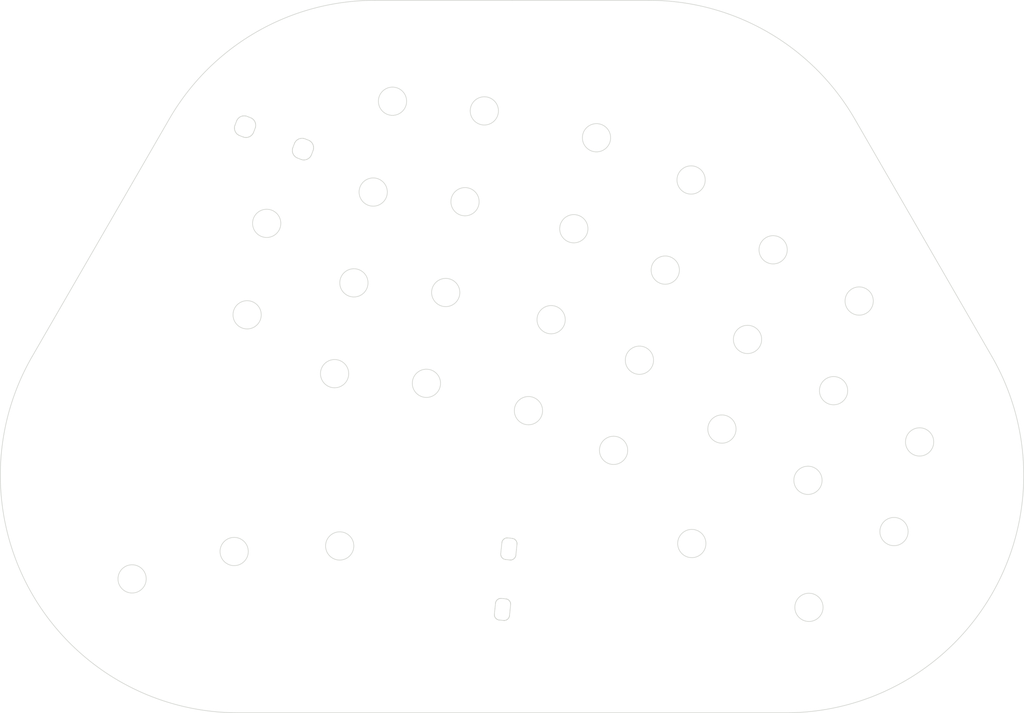
<source format=kicad_pcb>
(kicad_pcb (version 20211014) (generator pcbnew)
  (layers (0 "F.Cu" signal) (31 "B.Cu" signal) (34 "B.Paste" user) (35 "F.Paste" user) (36 "B.SilkS" user "B.Silkscreen") (37 "F.SilkS" user "F.Silkscreen") (38 "B.Mask" user) (39 "F.Mask" user) (44 "Edge.Cuts" user))
  (net 0 "")
  (footprint "00_KeyParts:MountingHole_2.3mm_M2" (layer "F.Cu") (at 44.084 106.59 -90)
    (fp_text reference "H4" hide)
    (fp_text value "MountingHole" hide)
    (pad "" np_thru_hole circle locked (at 0 0 270) (size 2.3 2.3) (drill 2.3) (layers *.Cu *.Mask))
  )
  (footprint "00_KeyParts:MountingHole_2.3mm_M2" (layer "F.Cu") (at 176.79 146.316)
    (fp_text reference "H1" hide)
    (fp_text value "MountingHole" hide)
    (pad "" np_thru_hole circle locked (at 0 0) (size 2.3 2.3) (drill 2.3) (layers *.Cu *.Mask))
  )
  (footprint "00_KeyParts:MountingHole_2.3mm_M2" (layer "F.Cu") (at 91.81 146.316)
    (fp_text reference "H2" hide)
    (fp_text value "MountingHole" hide)
    (pad "" np_thru_hole circle locked (at 0 0) (size 2.3 2.3) (drill 2.3) (layers *.Cu *.Mask))
  )
  (footprint "00_KeyParts:MountingHole_2.3mm_M2" (layer "F.Cu") (at 66.029 57.936 -120)
    (fp_text reference "H6" hide)
    (fp_text value "MountingHole" hide)
    (pad "" np_thru_hole circle locked (at 0 0 240) (size 2.3 2.3) (drill 2.3) (layers *.Cu *.Mask))
  )
  (footprint "00_KeyParts:MountingHole_2.3mm_M2" (layer "F.Cu") (at 224.516 106.59 90)
    (fp_text reference "H3" hide)
    (fp_text value "MountingHole" hide)
    (pad "" np_thru_hole circle locked (at 0 0 90) (size 2.3 2.3) (drill 2.3) (layers *.Cu *.Mask))
  )
  (footprint "00_KeyParts:MountingHole_2.3mm_M2" (layer "F.Cu") (at 151.545 23.139)
    (fp_text reference "H7" hide)
    (fp_text value "MountingHole" hide)
    (pad "" np_thru_hole circle locked (at 0 0) (size 2.3 2.3) (drill 2.3) (layers *.Cu *.Mask))
  )
  (footprint "00_KeyParts:MountingHole_2.3mm_M2" (layer "F.Cu") (at 202.571 57.936 120)
    (fp_text reference "H5" hide)
    (fp_text value "MountingHole" hide)
    (pad "" np_thru_hole circle locked (at 0 0 120) (size 2.3 2.3) (drill 2.3) (layers *.Cu *.Mask))
  )
  (footprint "00_KeyParts:MountingHole_2.3mm_M2" (layer "F.Cu") (at 117.055 23.139)
    (fp_text reference "H8" hide)
    (fp_text value "MountingHole" hide)
    (pad "" np_thru_hole circle locked (at 0 0) (size 2.3 2.3) (drill 2.3) (layers *.Cu *.Mask))
  )
  (gr_line (start 95.034 44.667) (end 95.141 44.624) (layer "Edge.Cuts") (width 0.12))
  (gr_line (start 93.978 47.39) (end 93.936 47.283) (layer "Edge.Cuts") (width 0.12))
  (gr_line (start 134.516 122.052) (end 134.448 122.089) (layer "Edge.Cuts") (width 0.12))
  (gr_line (start 58.565 62.864) (end 45.943 84.727) (layer "Edge.Cuts") (width 0.12))
  (gr_line (start 133.509999 122.141) (end 133.112 122.099) (layer "Edge.Cuts") (width 0.12))
  (gr_line (start 83.691 41.143) (end 83.756 41.043) (layer "Edge.Cuts") (width 0.12))
  (gr_line (start 134.642 121.965) (end 134.58 122.011) (layer "Edge.Cuts") (width 0.12))
  (gr_line (start 131.056 132.381) (end 131.048 132.300999) (layer "Edge.Cuts") (width 0.12))
  (gr_line (start 95.364 44.564) (end 95.479 44.547) (layer "Edge.Cuts") (width 0.12))
  (gr_line (start 133.583 132.997999) (end 133.529 133.053) (layer "Edge.Cuts") (width 0.12))
  (gr_line (start 94.087 47.593) (end 94.028 47.494) (layer "Edge.Cuts") (width 0.12))
  (gr_line (start 97.753 46.472) (end 97.733 46.59) (layer "Edge.Cuts") (width 0.12))
  (gr_line (start 83.99 40.781) (end 84.08 40.708) (layer "Edge.Cuts") (width 0.12))
  (gr_line (start 133.465 129.426999) (end 133.533999 129.461999) (layer "Edge.Cuts") (width 0.12))
  (gr_line (start 134.228 122.165) (end 134.15 122.179) (layer "Edge.Cuts") (width 0.12))
  (gr_line (start 132.604 121.895) (end 132.544999 121.845) (layer "Edge.Cuts") (width 0.12))
  (gr_line (start 131.115 132.607) (end 131.089 132.533999) (layer "Edge.Cuts") (width 0.12))
  (gr_line (start 97.203 47.89) (end 97.131 47.984) (layer "Edge.Cuts") (width 0.12))
  (gr_line (start 93.862 46.594) (end 93.882 46.476) (layer "Edge.Cuts") (width 0.12))
  (gr_line (start 131.633 133.154) (end 131.562999 133.119) (layer "Edge.Cuts") (width 0.12))
  (gr_line (start 85.479 44.385) (end 85.363 44.393) (layer "Edge.Cuts") (width 0.12))
  (gr_line (start 86.263 40.799) (end 86.37 40.856) (layer "Edge.Cuts") (width 0.12))
  (gr_line (start 133.156 129.342999) (end 133.237 129.354999) (layer "Edge.Cuts") (width 0.12))
  (gr_line (start 93.852 46.712) (end 93.862 46.594) (layer "Edge.Cuts") (width 0.12))
  (gr_arc (start 107.786 71.16) (mid 102.586 71.16) (end 107.786 71.16) (layer "Edge.Cuts") (width 0.12))
  (gr_line (start 87.1 41.987) (end 87.108 42.103) (layer "Edge.Cuts") (width 0.12))
  (gr_line (start 133.134999 118.158) (end 133.211 118.138) (layer "Edge.Cuts") (width 0.12))
  (gr_line (start 131.375 132.984) (end 131.32 132.93) (layer "Edge.Cuts") (width 0.12))
  (gr_line (start 133.205999 133.258) (end 133.133 133.283999) (layer "Edge.Cuts") (width 0.12))
  (gr_line (start 97.221 45.126) (end 97.309 45.204) (layer "Edge.Cuts") (width 0.12))
  (gr_line (start 96.684 48.349) (end 96.58 48.4) (layer "Edge.Cuts") (width 0.12))
  (gr_line (start 133.99 122.188) (end 133.907999 122.183) (layer "Edge.Cuts") (width 0.12))
  (gr_line (start 131.32 132.93) (end 131.269 132.872) (layer "Edge.Cuts") (width 0.12))
  (gr_line (start 84.708 40.431) (end 84.822 40.414) (layer "Edge.Cuts") (width 0.12))
  (gr_line (start 96.783 48.291) (end 96.684 48.349) (layer "Edge.Cuts") (width 0.12))
  (gr_line (start 134.008 130.047) (end 134.027999 130.122) (layer "Edge.Cuts") (width 0.12))
  (gr_line (start 97.528 45.473) (end 97.586 45.572) (layer "Edge.Cuts") (width 0.12))
  (gr_line (start 94.931 44.717) (end 95.034 44.667) (layer "Edge.Cuts") (width 0.12))
  (gr_line (start 96.363 48.476) (end 96.251 48.502) (layer "Edge.Cuts") (width 0.12))
  (gr_line (start 134.3 19.139) (end 159.545 19.139) (layer "Edge.Cuts") (width 0.12))
  (gr_line (start 94.226 47.778) (end 94.153 47.688) (layer "Edge.Cuts") (width 0.12))
  (gr_line (start 133.941 131.437) (end 133.836 132.431) (layer "Edge.Cuts") (width 0.12))
  (gr_line (start 97.756 46.12) (end 97.764 46.237) (layer "Edge.Cuts") (width 0.12))
  (gr_line (start 133.952 129.902999) (end 133.983 129.973) (layer "Edge.Cuts") (width 0.12))
  (gr_line (start 94.831 44.775) (end 94.931 44.717) (layer "Edge.Cuts") (width 0.12))
  (gr_line (start 97.127 45.054) (end 97.221 45.126) (layer "Edge.Cuts") (width 0.12))
  (gr_line (start 85.838 40.628) (end 86.15 40.749) (layer "Edge.Cuts") (width 0.12))
  (gr_line (start 132.818999 133.326) (end 132.737 133.321) (layer "Edge.Cuts") (width 0.12))
  (gr_line (start 86.652 41.07) (end 86.732 41.155) (layer "Edge.Cuts") (width 0.12))
  (gr_line (start 197.411961 41.0015) (end 197.413 41.002) (layer "Edge.Cuts") (width 0.003048))
  (gr_line (start 134.888 121.671) (end 134.848 121.738) (layer "Edge.Cuts") (width 0.12))
  (gr_arc (start 152.455 44.443) (mid 147.255 44.443) (end 152.455 44.443) (layer "Edge.Cuts") (width 0.12))
  (gr_line (start 58.565 62.864) (end 71.188 41.002) (layer "Edge.Cuts") (width 0.12))
  (gr_line (start 94.29 45.384) (end 94.348 45.277) (layer "Edge.Cuts") (width 0.12))
  (gr_line (start 83.219 42.927) (end 83.202 42.812) (layer "Edge.Cuts") (width 0.12))
  (gr_line (start 85.128 44.382) (end 85.01 44.362) (layer "Edge.Cuts") (width 0.12))
  (gr_line (start 133.676999 132.877) (end 133.632 132.939) (layer "Edge.Cuts") (width 0.12))
  (gr_line (start 133.983 129.973) (end 134.008 130.047) (layer "Edge.Cuts") (width 0.12))
  (gr_line (start 132.544999 121.845) (end 132.49 121.791) (layer "Edge.Cuts") (width 0.12))
  (gr_line (start 132.226 121.242) (end 132.219 121.163) (layer "Edge.Cuts") (width 0.12))
  (gr_line (start 86.732 41.155) (end 86.806 41.245) (layer "Edge.Cuts") (width 0.12))
  (gr_line (start 134.486 118.234) (end 134.562 118.258) (layer "Edge.Cuts") (width 0.12))
  (gr_line (start 134.995 121.374) (end 134.977 121.452) (layer "Edge.Cuts") (width 0.12))
  (gr_line (start 134.953 121.528) (end 134.923 121.602) (layer "Edge.Cuts") (width 0.12))
  (gr_line (start 83.756 41.043) (end 83.828 40.949) (layer "Edge.Cuts") (width 0.12))
  (gr_arc (start 191.571 130.907) (mid 186.371 130.907) (end 191.571 130.907) (layer "Edge.Cuts") (width 0.12))
  (gr_line (start 132.197 129.256) (end 132.277999 129.253999) (layer "Edge.Cuts") (width 0.12))
  (gr_line (start 85.707 44.343) (end 85.594 44.368) (layer "Edge.Cuts") (width 0.12))
  (gr_line (start 85.246 44.392) (end 85.128 44.382) (layer "Edge.Cuts") (width 0.12))
  (gr_line (start 134.834 118.409) (end 134.893 118.458) (layer "Edge.Cuts") (width 0.12))
  (gr_line (start 97.703 46.707) (end 97.663 46.824) (layer "Edge.Cuts") (width 0.12))
  (gr_line (start 94.647 44.914) (end 94.736 44.841) (layer "Edge.Cuts") (width 0.12))
  (gr_line (start 131.156 131.144) (end 131.261 130.149) (layer "Edge.Cuts") (width 0.12))
  (gr_arc (start 175.55 98.081) (mid 170.35 98.081) (end 175.55 98.081) (layer "Edge.Cuts") (width 0.12))
  (gr_arc (start 196.106 91.013) (mid 190.906 91.013) (end 196.106 91.013) (layer "Edge.Cuts") (width 0.12))
  (gr_line (start 85.056 40.407) (end 85.174 40.417) (layer "Edge.Cuts") (width 0.12))
  (gr_line (start 131.562999 133.119) (end 131.496 133.079) (layer "Edge.Cuts") (width 0.12))
  (gr_line (start 133.806 132.591) (end 133.782 132.667) (layer "Edge.Cuts") (width 0.12))
  (gr_arc (start 148.278 61.192) (mid 143.078 61.192) (end 148.278 61.192) (layer "Edge.Cuts") (width 0.12))
  (gr_arc (start 159.545 19.139) (mid 181.4075 24.997039) (end 197.411961 41.0015) (layer "Edge.Cuts") (width 0.12))
  (gr_line (start 96.182 44.64) (end 96.494 44.762) (layer "Edge.Cuts") (width 0.12))
  (gr_line (start 97.679 45.783) (end 97.713 45.893) (layer "Edge.Cuts") (width 0.12))
  (gr_line (start 133.062 118.184) (end 133.134999 118.158) (layer "Edge.Cuts") (width 0.12))
  (gr_line (start 132.461999 118.851) (end 132.485999 118.775) (layer "Edge.Cuts") (width 0.12))
  (gr_line (start 94.484 45.082) (end 94.562 44.995) (layer "Edge.Cuts") (width 0.12))
  (gr_line (start 131.269 132.872) (end 131.223 132.811) (layer "Edge.Cuts") (width 0.12))
  (gr_line (start 83.634 41.25) (end 83.691 41.143) (layer "Edge.Cuts") (width 0.12))
  (gr_line (start 95.902 48.526) (end 95.784 48.515) (layer "Edge.Cuts") (width 0.12))
  (gr_line (start 133.828 129.708) (end 133.874 129.77) (layer "Edge.Cuts") (width 0.12))
  (gr_line (start 134.050999 130.36) (end 134.044999 130.442) (layer "Edge.Cuts") (width 0.12))
  (gr_line (start 133.632 132.939) (end 133.583 132.997999) (layer "Edge.Cuts") (width 0.12))
  (gr_line (start 86.15 40.749) (end 86.263 40.799) (layer "Edge.Cuts") (width 0.12))
  (gr_line (start 93.882 46.476) (end 93.912 46.359) (layer "Edge.Cuts") (width 0.12))
  (gr_line (start 133.41 133.15) (end 133.345 133.191) (layer "Edge.Cuts") (width 0.12))
  (gr_line (start 86.396 43.938) (end 86.312 44.018) (layer "Edge.Cuts") (width 0.12))
  (gr_line (start 135.086 118.696) (end 135.122 118.764) (layer "Edge.Cuts") (width 0.12))
  (gr_line (start 131.291 129.99) (end 131.315 129.913999) (layer "Edge.Cuts") (width 0.12))
  (gr_line (start 96.58 48.4) (end 96.473 48.442) (layer "Edge.Cuts") (width 0.12))
  (gr_line (start 131.568 129.526999) (end 131.626 129.477) (layer "Edge.Cuts") (width 0.12))
  (gr_line (start 97.309 45.204) (end 97.389 45.288) (layer "Edge.Cuts") (width 0.12))
  (gr_line (start 95.12 48.304) (end 94.808 48.183) (layer "Edge.Cuts") (width 0.12))
  (gr_line (start 134.303 122.145) (end 134.228 122.165) (layer "Edge.Cuts") (width 0.12))
  (gr_line (start 134.042 130.199999) (end 134.049 130.279) (layer "Edge.Cuts") (width 0.12))
  (gr_line (start 131.068999 132.458) (end 131.056 132.381) (layer "Edge.Cuts") (width 0.12))
  (gr_line (start 132.443 118.93) (end 132.461999 118.851) (layer "Edge.Cuts") (width 0.12))
  (gr_line (start 94.097 45.869) (end 94.241 45.497) (layer "Edge.Cuts") (width 0.12))
  (gr_line (start 86.222 44.092) (end 86.127 44.157) (layer "Edge.Cuts") (width 0.12))
  (gr_line (start 132.858 118.292) (end 132.923 118.251) (layer "Edge.Cuts") (width 0.12))
  (gr_line (start 135.216 119.303) (end 135.112 120.298) (layer "Edge.Cuts") (width 0.12))
  (gr_arc (start 114.894 37.72) (mid 109.694 37.72) (end 114.894 37.72) (layer "Edge.Cuts") (width 0.12))
  (gr_arc (start 222.658 84.727) (mid 222.657913 128.45315) (end 184.789913 150.31615) (layer "Edge.Cuts") (width 0.12))
  (gr_line (start 131.942 133.238) (end 131.860999 133.226) (layer "Edge.Cuts") (width 0.12))
  (gr_line (start 133.390999 129.396999) (end 133.465 129.426999) (layer "Edge.Cuts") (width 0.12))
  (gr_line (start 83.906 40.861) (end 83.99 40.781) (layer "Edge.Cuts") (width 0.12))
  (gr_line (start 84.175 40.642) (end 84.274 40.584) (layer "Edge.Cuts") (width 0.12))
  (gr_line (start 95.479 44.547) (end 95.595 44.539) (layer "Edge.Cuts") (width 0.12))
  (gr_line (start 83.65 43.729) (end 83.569 43.645) (layer "Edge.Cuts") (width 0.12))
  (gr_line (start 94.695 48.134) (end 94.588 48.077) (layer "Edge.Cuts") (width 0.12))
  (gr_line (start 132.55 118.632) (end 132.591 118.565) (layer "Edge.Cuts") (width 0.12))
  (gr_line (start 131.273 130.068) (end 131.291 129.99) (layer "Edge.Cuts") (width 0.12))
  (gr_line (start 131.315 129.913999) (end 131.345 129.84) (layer "Edge.Cuts") (width 0.12))
  (gr_line (start 95.667 48.495) (end 95.549 48.465) (layer "Edge.Cuts") (width 0.12))
  (gr_line (start 86.872 41.34) (end 86.93 41.439) (layer "Edge.Cuts") (width 0.12))
  (gr_line (start 97.462 45.378) (end 97.528 45.473) (layer "Edge.Cuts") (width 0.12))
  (gr_line (start 94.488 48.012) (end 94.394 47.941) (layer "Edge.Cuts") (width 0.12))
  (gr_line (start 132.991 118.215) (end 133.062 118.184) (layer "Edge.Cuts") (width 0.12))
  (gr_line (start 94.562 44.995) (end 94.647 44.914) (layer "Edge.Cuts") (width 0.12))
  (gr_line (start 131.965 129.297) (end 132.039999 129.276999) (layer "Edge.Cuts") (width 0.12))
  (gr_line (start 86.312 44.018) (end 86.222 44.092) (layer "Edge.Cuts") (width 0.12))
  (gr_arc (start 180.265 81.576) (mid 175.065 81.576) (end 180.265 81.576) (layer "Edge.Cuts") (width 0.12))
  (gr_line (start 83.43 43.46) (end 83.372 43.36) (layer "Edge.Cuts") (width 0.12))
  (gr_line (start 84.893 44.332) (end 84.776 44.292) (layer "Edge.Cuts") (width 0.12))
  (gr_line (start 131.051999 132.139) (end 131.156 131.144) (layer "Edge.Cuts") (width 0.12))
  (gr_line (start 132.277999 129.253999) (end 132.36 129.258999) (layer "Edge.Cuts") (width 0.12))
  (gr_line (start 131.626 129.477) (end 131.687999 129.431) (layer "Edge.Cuts") (width 0.12))
  (gr_line (start 134.3 150.316) (end 184.79 150.316) (layer "Edge.Cuts") (width 0.12))
  (gr_line (start 132.394 121.672) (end 132.353 121.607) (layer "Edge.Cuts") (width 0.12))
  (gr_line (start 134.027999 130.122) (end 134.042 130.199999) (layer "Edge.Cuts") (width 0.12))
  (gr_line (start 133.824999 132.512) (end 133.806 132.591) (layer "Edge.Cuts") (width 0.12))
  (gr_line (start 84.939 40.406) (end 85.056 40.407) (layer "Edge.Cuts") (width 0.12))
  (gr_arc (start 165.116 68.813) (mid 159.916 68.813) (end 165.116 68.813) (layer "Edge.Cuts") (width 0.12))
  (gr_line (start 131.752 129.389999) (end 131.82 129.353) (layer "Edge.Cuts") (width 0.12))
  (gr_line (start 133.449 118.116) (end 133.531 118.121) (layer "Edge.Cuts") (width 0.12))
  (gr_line (start 132.259999 121.395) (end 132.24 121.32) (layer "Edge.Cuts") (width 0.12))
  (gr_line (start 83.256 42.226) (end 83.295 42.109) (layer "Edge.Cuts") (width 0.12))
  (gr_line (start 86.37 40.856) (end 86.471 40.92) (layer "Edge.Cuts") (width 0.12))
  (gr_arc (start 191.391 107.517) (mid 186.191 107.517) (end 191.391 107.517) (layer "Edge.Cuts") (width 0.12))
  (gr_line (start 133.056999 133.304) (end 132.979 133.317) (layer "Edge.Cuts") (width 0.12))
  (gr_line (start 93.901 47.173) (end 93.876 47.06) (layer "Edge.Cuts") (width 0.12))
  (gr_line (start 133.928 118.163) (end 134.326 118.204) (layer "Edge.Cuts") (width 0.12))
  (gr_line (start 132.514999 118.702) (end 132.55 118.632) (layer "Edge.Cuts") (width 0.12))
  (gr_line (start 134.326 118.204) (end 134.407 118.216) (layer "Edge.Cuts") (width 0.12))
  (gr_line (start 83.226 42.343) (end 83.256 42.226) (layer "Edge.Cuts") (width 0.12))
  (gr_line (start 83.245 43.04) (end 83.219 42.927) (layer "Edge.Cuts") (width 0.12))
  (gr_line (start 135.153 118.835) (end 135.179 118.908) (layer "Edge.Cuts") (width 0.12))
  (gr_line (start 131.860999 133.226) (end 131.782 133.208) (layer "Edge.Cuts") (width 0.12))
  (gr_line (start 83.737 43.807) (end 83.65 43.729) (layer "Edge.Cuts") (width 0.12))
  (gr_line (start 87.083 41.872) (end 87.1 41.987) (layer "Edge.Cuts") (width 0.12))
  (gr_line (start 131.82 129.353) (end 131.890999 129.322) (layer "Edge.Cuts") (width 0.12))
  (gr_line (start 85.409 40.467) (end 85.526 40.507) (layer "Edge.Cuts") (width 0.12))
  (gr_line (start 134.15 122.179) (end 134.071 122.186) (layer "Edge.Cuts") (width 0.12))
  (gr_line (start 134.803 121.801) (end 134.754 121.86) (layer "Edge.Cuts") (width 0.12))
  (gr_line (start 132.877 122.045) (end 132.803 122.015) (layer "Edge.Cuts") (width 0.12))
  (gr_arc (start 91.729 60.205) (mid 86.529 60.205) (end 91.729 60.205) (layer "Edge.Cuts") (width 0.12))
  (gr_line (start 87.046 42.574) (end 87.006 42.69) (layer "Edge.Cuts") (width 0.12))
  (gr_line (start 97.374 47.57) (end 97.324 47.682) (layer "Edge.Cuts") (width 0.12))
  (gr_line (start 83.206 42.461) (end 83.226 42.343) (layer "Edge.Cuts") (width 0.12))
  (gr_line (start 95.948 44.571) (end 96.066 44.601) (layer "Edge.Cuts") (width 0.12))
  (gr_line (start 85.924 44.266) (end 85.817 44.309) (layer "Edge.Cuts") (width 0.12))
  (gr_line (start 86.474 43.851) (end 86.396 43.938) (layer "Edge.Cuts") (width 0.12))
  (gr_line (start 131.496 133.079) (end 131.434 133.032999) (layer "Edge.Cuts") (width 0.12))
  (gr_line (start 134.999 118.57) (end 135.045 118.631) (layer "Edge.Cuts") (width 0.12))
  (gr_line (start 97.763 46.354) (end 97.753 46.472) (layer "Edge.Cuts") (width 0.12))
  (gr_line (start 132.039999 129.276999) (end 132.118 129.263) (layer "Edge.Cuts") (width 0.12))
  (gr_line (start 131.705999 133.184) (end 131.633 133.154) (layer "Edge.Cuts") (width 0.12))
  (gr_line (start 86.565 40.992) (end 86.652 41.07) (layer "Edge.Cuts") (width 0.12))
  (gr_line (start 95.784 48.515) (end 95.667 48.495) (layer "Edge.Cuts") (width 0.12))
  (gr_line (start 131.434 133.032999) (end 131.375 132.984) (layer "Edge.Cuts") (width 0.12))
  (gr_line (start 132.49 121.791) (end 132.44 121.734) (layer "Edge.Cuts") (width 0.12))
  (gr_line (start 96.92 44.932) (end 97.027 44.989) (layer "Edge.Cuts") (width 0.12))
  (gr_line (start 134.7 121.915) (end 134.642 121.965) (layer "Edge.Cuts") (width 0.12))
  (gr_line (start 133.315 129.372999) (end 133.390999 129.396999) (layer "Edge.Cuts") (width 0.12))
  (gr_line (start 97.027 44.989) (end 97.127 45.054) (layer "Edge.Cuts") (width 0.12))
  (gr_line (start 96.878 48.225) (end 96.783 48.291) (layer "Edge.Cuts") (width 0.12))
  (gr_line (start 86.546 43.756) (end 86.474 43.851) (layer "Edge.Cuts") (width 0.12))
  (gr_arc (start 139.926 94.691) (mid 134.726 94.691) (end 139.926 94.691) (layer "Edge.Cuts") (width 0.12))
  (gr_line (start 132.923 118.251) (end 132.991 118.215) (layer "Edge.Cuts") (width 0.12))
  (gr_line (start 84.274 40.584) (end 84.378 40.533) (layer "Edge.Cuts") (width 0.12))
  (gr_line (start 132.758 129.300999) (end 133.156 129.342999) (layer "Edge.Cuts") (width 0.12))
  (gr_line (start 135.179 118.908) (end 135.199 118.984) (layer "Edge.Cuts") (width 0.12))
  (gr_line (start 85.292 40.437) (end 85.409 40.467) (layer "Edge.Cuts") (width 0.12))
  (gr_line (start 97.518 47.197) (end 97.374 47.57) (layer "Edge.Cuts") (width 0.12))
  (gr_line (start 97.713 45.893) (end 97.739 46.006) (layer "Edge.Cuts") (width 0.12))
  (gr_arc (start 111.34 54.44) (mid 106.14 54.44) (end 111.34 54.44) (layer "Edge.Cuts") (width 0.12))
  (gr_line (start 83.585 41.363) (end 83.634 41.25) (layer "Edge.Cuts") (width 0.12))
  (gr_line (start 134.635 118.288) (end 134.705 118.323) (layer "Edge.Cuts") (width 0.12))
  (gr_line (start 83.194 42.696) (end 83.195 42.579) (layer "Edge.Cuts") (width 0.12))
  (gr_line (start 94.394 47.941) (end 94.306 47.862) (layer "Edge.Cuts") (width 0.12))
  (gr_line (start 83.372 43.36) (end 83.322 43.257) (layer "Edge.Cuts") (width 0.12))
  (gr_line (start 135.007 121.293) (end 134.995 121.374) (layer "Edge.Cuts") (width 0.12))
  (gr_line (start 95.83 44.551) (end 95.948 44.571) (layer "Edge.Cuts") (width 0.12))
  (gr_line (start 86.611 43.656) (end 86.546 43.756) (layer "Edge.Cuts") (width 0.12))
  (gr_line (start 132.591 118.565) (end 132.636 118.503) (layer "Edge.Cuts") (width 0.12))
  (gr_line (start 93.859 46.946) (end 93.851 46.829) (layer "Edge.Cuts") (width 0.12))
  (gr_line (start 131.782 133.208) (end 131.705999 133.184) (layer "Edge.Cuts") (width 0.12))
  (gr_line (start 95.433 48.426) (end 95.12 48.304) (layer "Edge.Cuts") (width 0.12))
  (gr_line (start 210.035 62.864) (end 197.413 41.002) (layer "Edge.Cuts") (width 0.12))
  (gr_line (start 131.514 129.582) (end 131.568 129.526999) (layer "Edge.Cuts") (width 0.12))
  (gr_line (start 133.529 133.053) (end 133.471 133.104) (layer "Edge.Cuts") (width 0.12))
  (gr_line (start 94.348 45.277) (end 94.412 45.176) (layer "Edge.Cuts") (width 0.12))
  (gr_line (start 134.071 122.186) (end 133.99 122.188) (layer "Edge.Cuts") (width 0.12))
  (gr_line (start 86.668 43.549) (end 86.611 43.656) (layer "Edge.Cuts") (width 0.12))
  (gr_line (start 87.023 41.65) (end 87.057 41.76) (layer "Edge.Cuts") (width 0.12))
  (gr_line (start 93.912 46.359) (end 93.952 46.242) (layer "Edge.Cuts") (width 0.12))
  (gr_arc (start 121.139 89.657) (mid 115.939 89.657) (end 121.139 89.657) (layer "Edge.Cuts") (width 0.12))
  (gr_line (start 210.035 62.864) (end 222.658 84.727) (layer "Edge.Cuts") (width 0.12))
  (gr_line (start 134.977 121.452) (end 134.953 121.528) (layer "Edge.Cuts") (width 0.12))
  (gr_line (start 132.979 133.317) (end 132.9 133.324999) (layer "Edge.Cuts") (width 0.12))
  (gr_line (start 133.112 122.099) (end 133.031 122.087) (layer "Edge.Cuts") (width 0.12))
  (gr_line (start 131.465 129.640999) (end 131.514 129.582) (layer "Edge.Cuts") (width 0.12))
  (gr_line (start 87.006 42.69) (end 86.862 43.063) (layer "Edge.Cuts") (width 0.12))
  (gr_arc (start 71.188 41.002) (mid 87.192216 24.997453) (end 109.054547 19.139216) (layer "Edge.Cuts") (width 0.12))
  (gr_line (start 133.777999 129.651) (end 133.828 129.708) (layer "Edge.Cuts") (width 0.12))
  (gr_line (start 96.02 48.527) (end 95.902 48.526) (layer "Edge.Cuts") (width 0.12))
  (gr_arc (start 211.947 100.449) (mid 206.747 100.449) (end 211.947 100.449) (layer "Edge.Cuts") (width 0.12))
  (gr_line (start 97.389 45.288) (end 97.462 45.378) (layer "Edge.Cuts") (width 0.12))
  (gr_line (start 134.893 118.458) (end 134.948 118.512) (layer "Edge.Cuts") (width 0.12))
  (gr_line (start 87.096 42.338) (end 87.076 42.456) (layer "Edge.Cuts") (width 0.12))
  (gr_line (start 96.807 44.883) (end 96.92 44.932) (layer "Edge.Cuts") (width 0.12))
  (gr_line (start 83.828 40.949) (end 83.906 40.861) (layer "Edge.Cuts") (width 0.12))
  (gr_line (start 95.712 44.54) (end 95.83 44.551) (layer "Edge.Cuts") (width 0.12))
  (gr_line (start 134.407 118.216) (end 134.486 118.234) (layer "Edge.Cuts") (width 0.12))
  (gr_line (start 83.496 43.555) (end 83.43 43.46) (layer "Edge.Cuts") (width 0.12))
  (gr_line (start 133.752999 132.74) (end 133.717999 132.81) (layer "Edge.Cuts") (width 0.12))
  (gr_line (start 95.549 48.465) (end 95.433 48.426) (layer "Edge.Cuts") (width 0.12))
  (gr_line (start 93.952 46.242) (end 94.097 45.869) (layer "Edge.Cuts") (width 0.12))
  (gr_line (start 132.24 121.32) (end 132.226 121.242) (layer "Edge.Cuts") (width 0.12))
  (gr_line (start 85.174 40.417) (end 85.292 40.437) (layer "Edge.Cuts") (width 0.12))
  (gr_line (start 84.378 40.533) (end 84.485 40.491) (layer "Edge.Cuts") (width 0.12))
  (gr_arc (start 105.171 119.602) (mid 99.971 119.602) (end 105.171 119.602) (layer "Edge.Cuts") (width 0.12))
  (gr_line (start 94.028 47.494) (end 93.978 47.39) (layer "Edge.Cuts") (width 0.12))
  (gr_line (start 87.076 42.456) (end 87.046 42.574) (layer "Edge.Cuts") (width 0.12))
  (gr_line (start 131.345 129.84) (end 131.38 129.770999) (layer "Edge.Cuts") (width 0.12))
  (gr_line (start 132.485999 118.775) (end 132.514999 118.702) (layer "Edge.Cuts") (width 0.12))
  (gr_arc (start 200.82 74.508) (mid 195.62 74.508) (end 200.82 74.508) (layer "Edge.Cuts") (width 0.12))
  (gr_line (start 132.118 129.263) (end 132.197 129.256) (layer "Edge.Cuts") (width 0.12))
  (gr_arc (start 83.81 150.316) (mid 45.942173 128.453) (end 45.942173 84.727) (layer "Edge.Cuts") (width 0.12))
  (gr_line (start 132.431999 119.011) (end 132.443 118.93) (layer "Edge.Cuts") (width 0.12))
  (gr_line (start 133.471 133.104) (end 133.41 133.15) (layer "Edge.Cuts") (width 0.12))
  (gr_line (start 132.685 118.444) (end 132.739 118.389) (layer "Edge.Cuts") (width 0.12))
  (gr_line (start 134.58 122.011) (end 134.516 122.052) (layer "Edge.Cuts") (width 0.12))
  (gr_line (start 97.739 46.006) (end 97.756 46.12) (layer "Edge.Cuts") (width 0.12))
  (gr_line (start 93.851 46.829) (end 93.852 46.712) (layer "Edge.Cuts") (width 0.12))
  (gr_line (start 84.08 40.708) (end 84.175 40.642) (layer "Edge.Cuts") (width 0.12))
  (gr_line (start 87.108 42.103) (end 87.107 42.221) (layer "Edge.Cuts") (width 0.12))
  (gr_arc (start 85.74 120.626) (mid 80.54 120.626) (end 85.74 120.626) (layer "Edge.Cuts") (width 0.12))
  (gr_line (start 134.044999 130.442) (end 133.941 131.437) (layer "Edge.Cuts") (width 0.12))
  (gr_arc (start 160.358 85.406) (mid 155.158 85.406) (end 160.358 85.406) (layer "Edge.Cuts") (width 0.12))
  (gr_line (start 86.471 40.92) (end 86.565 40.992) (layer "Edge.Cuts") (width 0.12))
  (gr_line (start 97.131 47.984) (end 97.053 48.071) (layer "Edge.Cuts") (width 0.12))
  (gr_line (start 131.181999 132.746) (end 131.145999 132.678) (layer "Edge.Cuts") (width 0.12))
  (gr_line (start 131.261 130.149) (end 131.273 130.068) (layer "Edge.Cuts") (width 0.12))
  (gr_line (start 133.914999 129.835) (end 133.952 129.902999) (layer "Edge.Cuts") (width 0.12))
  (gr_line (start 85.526 40.507) (end 85.838 40.628) (layer "Edge.Cuts") (width 0.12))
  (gr_line (start 109.054547 19.139216) (end 109.055 19.139) (layer "Edge.Cuts") (width 0.003048))
  (gr_line (start 97.324 47.682) (end 97.267 47.789) (layer "Edge.Cuts") (width 0.12))
  (gr_arc (start 88.128 77.044) (mid 82.928 77.044) (end 88.128 77.044) (layer "Edge.Cuts") (width 0.12))
  (gr_line (start 83.295 42.109) (end 83.44 41.736) (layer "Edge.Cuts") (width 0.12))
  (gr_line (start 97.267 47.789) (end 97.203 47.89) (layer "Edge.Cuts") (width 0.12))
  (gr_line (start 132.34 133.279) (end 131.942 133.238) (layer "Edge.Cuts") (width 0.12))
  (gr_line (start 133.211 118.138) (end 133.288999 118.125) (layer "Edge.Cuts") (width 0.12))
  (gr_line (start 134.754 121.86) (end 134.7 121.915) (layer "Edge.Cuts") (width 0.12))
  (gr_line (start 85.01 44.362) (end 84.893 44.332) (layer "Edge.Cuts") (width 0.12))
  (gr_line (start 83.279 43.15) (end 83.245 43.04) (layer "Edge.Cuts") (width 0.12))
  (gr_line (start 94.241 45.497) (end 94.29 45.384) (layer "Edge.Cuts") (width 0.12))
  (gr_line (start 132.219 121.163) (end 132.217 121.082) (layer "Edge.Cuts") (width 0.12))
  (gr_line (start 94.153 47.688) (end 94.087 47.593) (layer "Edge.Cuts") (width 0.12))
  (gr_line (start 84.595 40.457) (end 84.708 40.431) (layer "Edge.Cuts") (width 0.12))
  (gr_line (start 132.737 133.321) (end 132.34 133.279) (layer "Edge.Cuts") (width 0.12))
  (gr_line (start 86.027 44.216) (end 85.924 44.266) (layer "Edge.Cuts") (width 0.12))
  (gr_line (start 93.876 47.06) (end 93.859 46.946) (layer "Edge.Cuts") (width 0.12))
  (gr_line (start 96.066 44.601) (end 96.182 44.64) (layer "Edge.Cuts") (width 0.12))
  (gr_line (start 83.569 43.645) (end 83.496 43.555) (layer "Edge.Cuts") (width 0.12))
  (gr_arc (start 184.98 65.072) (mid 179.78 65.072) (end 184.98 65.072) (layer "Edge.Cuts") (width 0.12))
  (gr_line (start 131.145999 132.678) (end 131.115 132.607) (layer "Edge.Cuts") (width 0.12))
  (gr_arc (start 131.800999 39.497) (mid 126.601001 39.497) (end 131.800999 39.497) (layer "Edge.Cuts") (width 0.12))
  (gr_line (start 133.836 132.431) (end 133.824999 132.512) (layer "Edge.Cuts") (width 0.12))
  (gr_line (start 131.38 129.770999) (end 131.419999 129.704) (layer "Edge.Cuts") (width 0.12))
  (gr_line (start 97.764 46.237) (end 97.763 46.354) (layer "Edge.Cuts") (width 0.12))
  (gr_line (start 135.045 118.631) (end 135.086 118.696) (layer "Edge.Cuts") (width 0.12))
  (gr_line (start 83.831 43.879) (end 83.737 43.807) (layer "Edge.Cuts") (width 0.12))
  (gr_line (start 133.907999 122.183) (end 133.509999 122.141) (layer "Edge.Cuts") (width 0.12))
  (gr_line (start 134.562 118.258) (end 134.635 118.288) (layer "Edge.Cuts") (width 0.12))
  (gr_line (start 135.22 119.141) (end 135.221 119.222) (layer "Edge.Cuts") (width 0.12))
  (gr_line (start 131.048 132.300999) (end 131.047 132.22) (layer "Edge.Cuts") (width 0.12))
  (gr_line (start 135.112 120.298) (end 135.007 121.293) (layer "Edge.Cuts") (width 0.12))
  (gr_line (start 134.377 122.12) (end 134.303 122.145) (layer "Edge.Cuts") (width 0.12))
  (gr_line (start 132.327 120.005) (end 132.431999 119.011) (layer "Edge.Cuts") (width 0.12))
  (gr_line (start 94.306 47.862) (end 94.226 47.778) (layer "Edge.Cuts") (width 0.12))
  (gr_line (start 97.637 45.676) (end 97.679 45.783) (layer "Edge.Cuts") (width 0.12))
  (gr_line (start 96.968 48.152) (end 96.878 48.225) (layer "Edge.Cuts") (width 0.12))
  (gr_line (start 131.687999 129.431) (end 131.752 129.389999) (layer "Edge.Cuts") (width 0.12))
  (gr_line (start 133.601 129.502) (end 133.663999 129.547) (layer "Edge.Cuts") (width 0.12))
  (gr_arc (start 104.232 87.88) (mid 99.032 87.88) (end 104.232 87.88) (layer "Edge.Cuts") (width 0.12))
  (gr_line (start 132.636 118.503) (end 132.685 118.444) (layer "Edge.Cuts") (width 0.12))
  (gr_line (start 132.797 118.338) (end 132.858 118.292) (layer "Edge.Cuts") (width 0.12))
  (gr_line (start 134.923 121.602) (end 134.888 121.671) (layer "Edge.Cuts") (width 0.12))
  (gr_line (start 96.494 44.762) (end 96.807 44.883) (layer "Edge.Cuts") (width 0.12))
  (gr_line (start 132.803 122.015) (end 132.734 121.98) (layer "Edge.Cuts") (width 0.12))
  (gr_line (start 84.464 44.171) (end 84.152 44.05) (layer "Edge.Cuts") (width 0.12))
  (gr_line (start 133.133 133.283999) (end 133.056999 133.304) (layer "Edge.Cuts") (width 0.12))
  (gr_line (start 84.039 44.001) (end 83.932 43.944) (layer "Edge.Cuts") (width 0.12))
  (gr_line (start 132.9 133.324999) (end 132.818999 133.326) (layer "Edge.Cuts") (width 0.12))
  (gr_line (start 84.776 44.292) (end 84.464 44.171) (layer "Edge.Cuts") (width 0.12))
  (gr_arc (start 169.874 52.219) (mid 164.674 52.219) (end 169.874 52.219) (layer "Edge.Cuts") (width 0.12))
  (gr_line (start 85.817 44.309) (end 85.707 44.343) (layer "Edge.Cuts") (width 0.12))
  (gr_line (start 133.031 122.087) (end 132.953 122.069) (layer "Edge.Cuts") (width 0.12))
  (gr_arc (start 144.102 77.942) (mid 138.902 77.942) (end 144.102 77.942) (layer "Edge.Cuts") (width 0.12))
  (gr_line (start 94.412 45.176) (end 94.484 45.082) (layer "Edge.Cuts") (width 0.12))
  (gr_line (start 134.705 118.323) (end 134.772 118.363) (layer "Edge.Cuts") (width 0.12))
  (gr_line (start 133.288999 118.125) (end 133.368 118.117) (layer "Edge.Cuts") (width 0.12))
  (gr_line (start 83.932 43.944) (end 83.831 43.879) (layer "Edge.Cuts") (width 0.12))
  (gr_line (start 84.822 40.414) (end 84.939 40.406) (layer "Edge.Cuts") (width 0.12))
  (gr_line (start 135.199 118.984) (end 135.212 119.061) (layer "Edge.Cuts") (width 0.12))
  (gr_line (start 131.223 132.811) (end 131.181999 132.746) (layer "Edge.Cuts") (width 0.12))
  (gr_line (start 83.195 42.579) (end 83.206 42.461) (layer "Edge.Cuts") (width 0.12))
  (gr_line (start 134.448 122.089) (end 134.377 122.12) (layer "Edge.Cuts") (width 0.12))
  (gr_line (start 87.057 41.76) (end 87.083 41.872) (layer "Edge.Cuts") (width 0.12))
  (gr_line (start 132.222 121) (end 132.327 120.005) (layer "Edge.Cuts") (width 0.12))
  (gr_line (start 184.789913 150.31615) (end 184.79 150.316) (layer "Edge.Cuts") (width 0.003048))
  (gr_line (start 86.98 41.543) (end 87.023 41.65) (layer "Edge.Cuts") (width 0.12))
  (gr_line (start 135.122 118.764) (end 135.153 118.835) (layer "Edge.Cuts") (width 0.12))
  (gr_line (start 132.953 122.069) (end 132.877 122.045) (layer "Edge.Cuts") (width 0.12))
  (gr_line (start 134.049 130.279) (end 134.050999 130.36) (layer "Edge.Cuts") (width 0.12))
  (gr_line (start 95.141 44.624) (end 95.252 44.59) (layer "Edge.Cuts") (width 0.12))
  (gr_line (start 134.3 150.316) (end 83.81 150.316) (layer "Edge.Cuts") (width 0.12))
  (gr_line (start 95.595 44.539) (end 95.712 44.54) (layer "Edge.Cuts") (width 0.12))
  (gr_line (start 96.473 48.442) (end 96.363 48.476) (layer "Edge.Cuts") (width 0.12))
  (gr_line (start 132.285 121.469) (end 132.259999 121.395) (layer "Edge.Cuts") (width 0.12))
  (gr_line (start 135.212 119.061) (end 135.22 119.141) (layer "Edge.Cuts") (width 0.12))
  (gr_arc (start 155.6 102) (mid 150.4 102) (end 155.6 102) (layer "Edge.Cuts") (width 0.12))
  (gr_line (start 93.936 47.283) (end 93.901 47.173) (layer "Edge.Cuts") (width 0.12))
  (gr_line (start 83.44 41.736) (end 83.585 41.363) (layer "Edge.Cuts") (width 0.12))
  (gr_line (start 45.942173 84.727) (end 45.943 84.727) (layer "Edge.Cuts") (width 0.003048))
  (gr_line (start 133.723 129.597) (end 133.777999 129.651) (layer "Edge.Cuts") (width 0.12))
  (gr_line (start 133.663999 129.547) (end 133.723 129.597) (layer "Edge.Cuts") (width 0.12))
  (gr_line (start 97.053 48.071) (end 96.968 48.152) (layer "Edge.Cuts") (width 0.12))
  (gr_line (start 132.217 121.082) (end 132.222 121) (layer "Edge.Cuts") (width 0.12))
  (gr_line (start 133.531 118.121) (end 133.928 118.163) (layer "Edge.Cuts") (width 0.12))
  (gr_line (start 94.808 48.183) (end 94.695 48.134) (layer "Edge.Cuts") (width 0.12))
  (gr_line (start 131.047 132.22) (end 131.051999 132.139) (layer "Edge.Cuts") (width 0.12))
  (gr_line (start 96.136 48.519) (end 96.02 48.527) (layer "Edge.Cuts") (width 0.12))
  (gr_line (start 131.089 132.533999) (end 131.068999 132.458) (layer "Edge.Cuts") (width 0.12))
  (gr_line (start 86.862 43.063) (end 86.717 43.436) (layer "Edge.Cuts") (width 0.12))
  (gr_line (start 135.221 119.222) (end 135.216 119.303) (layer "Edge.Cuts") (width 0.12))
  (gr_line (start 133.368 118.117) (end 133.449 118.116) (layer "Edge.Cuts") (width 0.12))
  (gr_arc (start 170.002 119.156) (mid 164.802 119.156) (end 170.002 119.156) (layer "Edge.Cuts") (width 0.12))
  (gr_arc (start 124.693 72.937) (mid 119.493 72.937) (end 124.693 72.937) (layer "Edge.Cuts") (width 0.12))
  (gr_line (start 97.733 46.59) (end 97.703 46.707) (layer "Edge.Cuts") (width 0.12))
  (gr_line (start 133.276999 133.227) (end 133.205999 133.258) (layer "Edge.Cuts") (width 0.12))
  (gr_line (start 97.586 45.572) (end 97.637 45.676) (layer "Edge.Cuts") (width 0.12))
  (gr_line (start 85.363 44.393) (end 85.246 44.392) (layer "Edge.Cuts") (width 0.12))
  (gr_line (start 86.806 41.245) (end 86.872 41.34) (layer "Edge.Cuts") (width 0.12))
  (gr_line (start 86.717 43.436) (end 86.668 43.549) (layer "Edge.Cuts") (width 0.12))
  (gr_line (start 132.353 121.607) (end 132.316 121.539) (layer "Edge.Cuts") (width 0.12))
  (gr_line (start 134.3 19.139) (end 109.055 19.139) (layer "Edge.Cuts") (width 0.12))
  (gr_line (start 134.948 118.512) (end 134.999 118.57) (layer "Edge.Cuts") (width 0.12))
  (gr_arc (start 207.232 116.954) (mid 202.032 116.954) (end 207.232 116.954) (layer "Edge.Cuts") (width 0.12))
  (gr_line (start 84.152 44.05) (end 84.039 44.001) (layer "Edge.Cuts") (width 0.12))
  (gr_line (start 94.736 44.841) (end 94.831 44.775) (layer "Edge.Cuts") (width 0.12))
  (gr_line (start 87.107 42.221) (end 87.096 42.338) (layer "Edge.Cuts") (width 0.12))
  (gr_line (start 96.251 48.502) (end 96.136 48.519) (layer "Edge.Cuts") (width 0.12))
  (gr_arc (start 66.947 125.667) (mid 61.746998 125.667) (end 66.947 125.667) (layer "Edge.Cuts") (width 0.12))
  (gr_line (start 133.874 129.77) (end 133.914999 129.835) (layer "Edge.Cuts") (width 0.12))
  (gr_line (start 83.202 42.812) (end 83.194 42.696) (layer "Edge.Cuts") (width 0.12))
  (gr_line (start 134.772 118.363) (end 134.834 118.409) (layer "Edge.Cuts") (width 0.12))
  (gr_line (start 97.663 46.824) (end 97.518 47.197) (layer "Edge.Cuts") (width 0.12))
  (gr_line (start 84.485 40.491) (end 84.595 40.457) (layer "Edge.Cuts") (width 0.12))
  (gr_line (start 131.890999 129.322) (end 131.965 129.297) (layer "Edge.Cuts") (width 0.12))
  (gr_line (start 132.36 129.258999) (end 132.758 129.300999) (layer "Edge.Cuts") (width 0.12))
  (gr_line (start 86.127 44.157) (end 86.027 44.216) (layer "Edge.Cuts") (width 0.12))
  (gr_line (start 132.734 121.98) (end 132.667 121.94) (layer "Edge.Cuts") (width 0.12))
  (gr_line (start 133.533999 129.461999) (end 133.601 129.502) (layer "Edge.Cuts") (width 0.12))
  (gr_line (start 85.594 44.368) (end 85.479 44.385) (layer "Edge.Cuts") (width 0.12))
  (gr_line (start 132.44 121.734) (end 132.394 121.672) (layer "Edge.Cuts") (width 0.12))
  (gr_line (start 133.237 129.354999) (end 133.315 129.372999) (layer "Edge.Cuts") (width 0.12))
  (gr_line (start 134.848 121.738) (end 134.803 121.801) (layer "Edge.Cuts") (width 0.12))
  (gr_line (start 94.588 48.077) (end 94.488 48.012) (layer "Edge.Cuts") (width 0.12))
  (gr_line (start 133.345 133.191) (end 133.276999 133.227) (layer "Edge.Cuts") (width 0.12))
  (gr_line (start 133.717999 132.81) (end 133.676999 132.877) (layer "Edge.Cuts") (width 0.12))
  (gr_line (start 132.667 121.94) (end 132.604 121.895) (layer "Edge.Cuts") (width 0.12))
  (gr_line (start 86.93 41.439) (end 86.98 41.543) (layer "Edge.Cuts") (width 0.12))
  (gr_line (start 132.739 118.389) (end 132.797 118.338) (layer "Edge.Cuts") (width 0.12))
  (gr_arc (start 128.247 56.217) (mid 123.047 56.217) (end 128.247 56.217) (layer "Edge.Cuts") (width 0.12))
  (gr_line (start 95.252 44.59) (end 95.364 44.564) (layer "Edge.Cuts") (width 0.12))
  (gr_line (start 133.782 132.667) (end 133.752999 132.74) (layer "Edge.Cuts") (width 0.12))
  (gr_line (start 131.419999 129.704) (end 131.465 129.640999) (layer "Edge.Cuts") (width 0.12))
  (gr_line (start 83.322 43.257) (end 83.279 43.15) (layer "Edge.Cuts") (width 0.12))
  (gr_line (start 132.316 121.539) (end 132.285 121.469) (layer "Edge.Cuts") (width 0.12))
)
</source>
